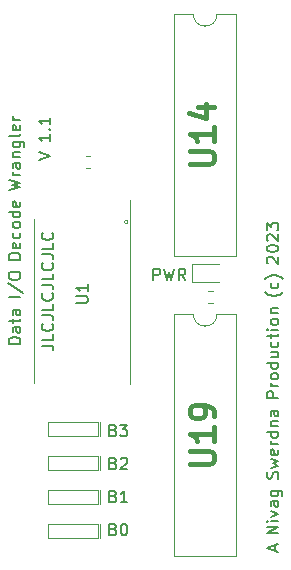
<source format=gbr>
%TF.GenerationSoftware,KiCad,Pcbnew,(7.0.0)*%
%TF.CreationDate,2023-08-04T20:04:38+01:00*%
%TF.ProjectId,DataIODecode,44617461-494f-4446-9563-6f64652e6b69,rev?*%
%TF.SameCoordinates,Original*%
%TF.FileFunction,Legend,Top*%
%TF.FilePolarity,Positive*%
%FSLAX46Y46*%
G04 Gerber Fmt 4.6, Leading zero omitted, Abs format (unit mm)*
G04 Created by KiCad (PCBNEW (7.0.0)) date 2023-08-04 20:04:38*
%MOMM*%
%LPD*%
G01*
G04 APERTURE LIST*
%ADD10C,0.400000*%
%ADD11C,0.200000*%
%ADD12C,0.150000*%
%ADD13C,0.120000*%
%ADD14C,0.100000*%
G04 APERTURE END LIST*
D10*
X148086761Y-84010190D02*
X149705809Y-84010190D01*
X149705809Y-84010190D02*
X149896285Y-83914952D01*
X149896285Y-83914952D02*
X149991523Y-83819714D01*
X149991523Y-83819714D02*
X150086761Y-83629238D01*
X150086761Y-83629238D02*
X150086761Y-83248285D01*
X150086761Y-83248285D02*
X149991523Y-83057809D01*
X149991523Y-83057809D02*
X149896285Y-82962571D01*
X149896285Y-82962571D02*
X149705809Y-82867333D01*
X149705809Y-82867333D02*
X148086761Y-82867333D01*
X150086761Y-80867333D02*
X150086761Y-82010190D01*
X150086761Y-81438762D02*
X148086761Y-81438762D01*
X148086761Y-81438762D02*
X148372476Y-81629238D01*
X148372476Y-81629238D02*
X148562952Y-81819714D01*
X148562952Y-81819714D02*
X148658190Y-82010190D01*
X148753428Y-79153047D02*
X150086761Y-79153047D01*
X147991523Y-79629238D02*
X149420095Y-80105428D01*
X149420095Y-80105428D02*
X149420095Y-78867333D01*
D11*
X135511380Y-99361048D02*
X136225666Y-99361048D01*
X136225666Y-99361048D02*
X136368523Y-99408667D01*
X136368523Y-99408667D02*
X136463761Y-99503905D01*
X136463761Y-99503905D02*
X136511380Y-99646762D01*
X136511380Y-99646762D02*
X136511380Y-99742000D01*
X136511380Y-98408667D02*
X136511380Y-98884857D01*
X136511380Y-98884857D02*
X135511380Y-98884857D01*
X136416142Y-97503905D02*
X136463761Y-97551524D01*
X136463761Y-97551524D02*
X136511380Y-97694381D01*
X136511380Y-97694381D02*
X136511380Y-97789619D01*
X136511380Y-97789619D02*
X136463761Y-97932476D01*
X136463761Y-97932476D02*
X136368523Y-98027714D01*
X136368523Y-98027714D02*
X136273285Y-98075333D01*
X136273285Y-98075333D02*
X136082809Y-98122952D01*
X136082809Y-98122952D02*
X135939952Y-98122952D01*
X135939952Y-98122952D02*
X135749476Y-98075333D01*
X135749476Y-98075333D02*
X135654238Y-98027714D01*
X135654238Y-98027714D02*
X135559000Y-97932476D01*
X135559000Y-97932476D02*
X135511380Y-97789619D01*
X135511380Y-97789619D02*
X135511380Y-97694381D01*
X135511380Y-97694381D02*
X135559000Y-97551524D01*
X135559000Y-97551524D02*
X135606619Y-97503905D01*
X135511380Y-96789619D02*
X136225666Y-96789619D01*
X136225666Y-96789619D02*
X136368523Y-96837238D01*
X136368523Y-96837238D02*
X136463761Y-96932476D01*
X136463761Y-96932476D02*
X136511380Y-97075333D01*
X136511380Y-97075333D02*
X136511380Y-97170571D01*
X136511380Y-95837238D02*
X136511380Y-96313428D01*
X136511380Y-96313428D02*
X135511380Y-96313428D01*
X136416142Y-94932476D02*
X136463761Y-94980095D01*
X136463761Y-94980095D02*
X136511380Y-95122952D01*
X136511380Y-95122952D02*
X136511380Y-95218190D01*
X136511380Y-95218190D02*
X136463761Y-95361047D01*
X136463761Y-95361047D02*
X136368523Y-95456285D01*
X136368523Y-95456285D02*
X136273285Y-95503904D01*
X136273285Y-95503904D02*
X136082809Y-95551523D01*
X136082809Y-95551523D02*
X135939952Y-95551523D01*
X135939952Y-95551523D02*
X135749476Y-95503904D01*
X135749476Y-95503904D02*
X135654238Y-95456285D01*
X135654238Y-95456285D02*
X135559000Y-95361047D01*
X135559000Y-95361047D02*
X135511380Y-95218190D01*
X135511380Y-95218190D02*
X135511380Y-95122952D01*
X135511380Y-95122952D02*
X135559000Y-94980095D01*
X135559000Y-94980095D02*
X135606619Y-94932476D01*
X135511380Y-94218190D02*
X136225666Y-94218190D01*
X136225666Y-94218190D02*
X136368523Y-94265809D01*
X136368523Y-94265809D02*
X136463761Y-94361047D01*
X136463761Y-94361047D02*
X136511380Y-94503904D01*
X136511380Y-94503904D02*
X136511380Y-94599142D01*
X136511380Y-93265809D02*
X136511380Y-93741999D01*
X136511380Y-93741999D02*
X135511380Y-93741999D01*
X136416142Y-92361047D02*
X136463761Y-92408666D01*
X136463761Y-92408666D02*
X136511380Y-92551523D01*
X136511380Y-92551523D02*
X136511380Y-92646761D01*
X136511380Y-92646761D02*
X136463761Y-92789618D01*
X136463761Y-92789618D02*
X136368523Y-92884856D01*
X136368523Y-92884856D02*
X136273285Y-92932475D01*
X136273285Y-92932475D02*
X136082809Y-92980094D01*
X136082809Y-92980094D02*
X135939952Y-92980094D01*
X135939952Y-92980094D02*
X135749476Y-92932475D01*
X135749476Y-92932475D02*
X135654238Y-92884856D01*
X135654238Y-92884856D02*
X135559000Y-92789618D01*
X135559000Y-92789618D02*
X135511380Y-92646761D01*
X135511380Y-92646761D02*
X135511380Y-92551523D01*
X135511380Y-92551523D02*
X135559000Y-92408666D01*
X135559000Y-92408666D02*
X135606619Y-92361047D01*
X135511380Y-91646761D02*
X136225666Y-91646761D01*
X136225666Y-91646761D02*
X136368523Y-91694380D01*
X136368523Y-91694380D02*
X136463761Y-91789618D01*
X136463761Y-91789618D02*
X136511380Y-91932475D01*
X136511380Y-91932475D02*
X136511380Y-92027713D01*
X136511380Y-90694380D02*
X136511380Y-91170570D01*
X136511380Y-91170570D02*
X135511380Y-91170570D01*
X136416142Y-89789618D02*
X136463761Y-89837237D01*
X136463761Y-89837237D02*
X136511380Y-89980094D01*
X136511380Y-89980094D02*
X136511380Y-90075332D01*
X136511380Y-90075332D02*
X136463761Y-90218189D01*
X136463761Y-90218189D02*
X136368523Y-90313427D01*
X136368523Y-90313427D02*
X136273285Y-90361046D01*
X136273285Y-90361046D02*
X136082809Y-90408665D01*
X136082809Y-90408665D02*
X135939952Y-90408665D01*
X135939952Y-90408665D02*
X135749476Y-90361046D01*
X135749476Y-90361046D02*
X135654238Y-90313427D01*
X135654238Y-90313427D02*
X135559000Y-90218189D01*
X135559000Y-90218189D02*
X135511380Y-90075332D01*
X135511380Y-90075332D02*
X135511380Y-89980094D01*
X135511380Y-89980094D02*
X135559000Y-89837237D01*
X135559000Y-89837237D02*
X135606619Y-89789618D01*
D12*
X141581238Y-109317571D02*
X141724095Y-109365190D01*
X141724095Y-109365190D02*
X141771714Y-109412809D01*
X141771714Y-109412809D02*
X141819333Y-109508047D01*
X141819333Y-109508047D02*
X141819333Y-109650904D01*
X141819333Y-109650904D02*
X141771714Y-109746142D01*
X141771714Y-109746142D02*
X141724095Y-109793761D01*
X141724095Y-109793761D02*
X141628857Y-109841380D01*
X141628857Y-109841380D02*
X141247905Y-109841380D01*
X141247905Y-109841380D02*
X141247905Y-108841380D01*
X141247905Y-108841380D02*
X141581238Y-108841380D01*
X141581238Y-108841380D02*
X141676476Y-108889000D01*
X141676476Y-108889000D02*
X141724095Y-108936619D01*
X141724095Y-108936619D02*
X141771714Y-109031857D01*
X141771714Y-109031857D02*
X141771714Y-109127095D01*
X141771714Y-109127095D02*
X141724095Y-109222333D01*
X141724095Y-109222333D02*
X141676476Y-109269952D01*
X141676476Y-109269952D02*
X141581238Y-109317571D01*
X141581238Y-109317571D02*
X141247905Y-109317571D01*
X142200286Y-108936619D02*
X142247905Y-108889000D01*
X142247905Y-108889000D02*
X142343143Y-108841380D01*
X142343143Y-108841380D02*
X142581238Y-108841380D01*
X142581238Y-108841380D02*
X142676476Y-108889000D01*
X142676476Y-108889000D02*
X142724095Y-108936619D01*
X142724095Y-108936619D02*
X142771714Y-109031857D01*
X142771714Y-109031857D02*
X142771714Y-109127095D01*
X142771714Y-109127095D02*
X142724095Y-109269952D01*
X142724095Y-109269952D02*
X142152667Y-109841380D01*
X142152667Y-109841380D02*
X142771714Y-109841380D01*
D11*
X135257380Y-83611808D02*
X136257380Y-83278475D01*
X136257380Y-83278475D02*
X135257380Y-82945142D01*
X136257380Y-81487999D02*
X136257380Y-82059427D01*
X136257380Y-81773713D02*
X135257380Y-81773713D01*
X135257380Y-81773713D02*
X135400238Y-81868951D01*
X135400238Y-81868951D02*
X135495476Y-81964189D01*
X135495476Y-81964189D02*
X135543095Y-82059427D01*
X136162142Y-81059427D02*
X136209761Y-81011808D01*
X136209761Y-81011808D02*
X136257380Y-81059427D01*
X136257380Y-81059427D02*
X136209761Y-81107046D01*
X136209761Y-81107046D02*
X136162142Y-81059427D01*
X136162142Y-81059427D02*
X136257380Y-81059427D01*
X136257380Y-80059428D02*
X136257380Y-80630856D01*
X136257380Y-80345142D02*
X135257380Y-80345142D01*
X135257380Y-80345142D02*
X135400238Y-80440380D01*
X135400238Y-80440380D02*
X135495476Y-80535618D01*
X135495476Y-80535618D02*
X135543095Y-80630856D01*
D12*
X141581238Y-106523571D02*
X141724095Y-106571190D01*
X141724095Y-106571190D02*
X141771714Y-106618809D01*
X141771714Y-106618809D02*
X141819333Y-106714047D01*
X141819333Y-106714047D02*
X141819333Y-106856904D01*
X141819333Y-106856904D02*
X141771714Y-106952142D01*
X141771714Y-106952142D02*
X141724095Y-106999761D01*
X141724095Y-106999761D02*
X141628857Y-107047380D01*
X141628857Y-107047380D02*
X141247905Y-107047380D01*
X141247905Y-107047380D02*
X141247905Y-106047380D01*
X141247905Y-106047380D02*
X141581238Y-106047380D01*
X141581238Y-106047380D02*
X141676476Y-106095000D01*
X141676476Y-106095000D02*
X141724095Y-106142619D01*
X141724095Y-106142619D02*
X141771714Y-106237857D01*
X141771714Y-106237857D02*
X141771714Y-106333095D01*
X141771714Y-106333095D02*
X141724095Y-106428333D01*
X141724095Y-106428333D02*
X141676476Y-106475952D01*
X141676476Y-106475952D02*
X141581238Y-106523571D01*
X141581238Y-106523571D02*
X141247905Y-106523571D01*
X142152667Y-106047380D02*
X142771714Y-106047380D01*
X142771714Y-106047380D02*
X142438381Y-106428333D01*
X142438381Y-106428333D02*
X142581238Y-106428333D01*
X142581238Y-106428333D02*
X142676476Y-106475952D01*
X142676476Y-106475952D02*
X142724095Y-106523571D01*
X142724095Y-106523571D02*
X142771714Y-106618809D01*
X142771714Y-106618809D02*
X142771714Y-106856904D01*
X142771714Y-106856904D02*
X142724095Y-106952142D01*
X142724095Y-106952142D02*
X142676476Y-106999761D01*
X142676476Y-106999761D02*
X142581238Y-107047380D01*
X142581238Y-107047380D02*
X142295524Y-107047380D01*
X142295524Y-107047380D02*
X142200286Y-106999761D01*
X142200286Y-106999761D02*
X142152667Y-106952142D01*
D11*
X133717380Y-99228667D02*
X132717380Y-99228667D01*
X132717380Y-99228667D02*
X132717380Y-98990572D01*
X132717380Y-98990572D02*
X132765000Y-98847715D01*
X132765000Y-98847715D02*
X132860238Y-98752477D01*
X132860238Y-98752477D02*
X132955476Y-98704858D01*
X132955476Y-98704858D02*
X133145952Y-98657239D01*
X133145952Y-98657239D02*
X133288809Y-98657239D01*
X133288809Y-98657239D02*
X133479285Y-98704858D01*
X133479285Y-98704858D02*
X133574523Y-98752477D01*
X133574523Y-98752477D02*
X133669761Y-98847715D01*
X133669761Y-98847715D02*
X133717380Y-98990572D01*
X133717380Y-98990572D02*
X133717380Y-99228667D01*
X133717380Y-97800096D02*
X133193571Y-97800096D01*
X133193571Y-97800096D02*
X133098333Y-97847715D01*
X133098333Y-97847715D02*
X133050714Y-97942953D01*
X133050714Y-97942953D02*
X133050714Y-98133429D01*
X133050714Y-98133429D02*
X133098333Y-98228667D01*
X133669761Y-97800096D02*
X133717380Y-97895334D01*
X133717380Y-97895334D02*
X133717380Y-98133429D01*
X133717380Y-98133429D02*
X133669761Y-98228667D01*
X133669761Y-98228667D02*
X133574523Y-98276286D01*
X133574523Y-98276286D02*
X133479285Y-98276286D01*
X133479285Y-98276286D02*
X133384047Y-98228667D01*
X133384047Y-98228667D02*
X133336428Y-98133429D01*
X133336428Y-98133429D02*
X133336428Y-97895334D01*
X133336428Y-97895334D02*
X133288809Y-97800096D01*
X133050714Y-97466762D02*
X133050714Y-97085810D01*
X132717380Y-97323905D02*
X133574523Y-97323905D01*
X133574523Y-97323905D02*
X133669761Y-97276286D01*
X133669761Y-97276286D02*
X133717380Y-97181048D01*
X133717380Y-97181048D02*
X133717380Y-97085810D01*
X133717380Y-96323905D02*
X133193571Y-96323905D01*
X133193571Y-96323905D02*
X133098333Y-96371524D01*
X133098333Y-96371524D02*
X133050714Y-96466762D01*
X133050714Y-96466762D02*
X133050714Y-96657238D01*
X133050714Y-96657238D02*
X133098333Y-96752476D01*
X133669761Y-96323905D02*
X133717380Y-96419143D01*
X133717380Y-96419143D02*
X133717380Y-96657238D01*
X133717380Y-96657238D02*
X133669761Y-96752476D01*
X133669761Y-96752476D02*
X133574523Y-96800095D01*
X133574523Y-96800095D02*
X133479285Y-96800095D01*
X133479285Y-96800095D02*
X133384047Y-96752476D01*
X133384047Y-96752476D02*
X133336428Y-96657238D01*
X133336428Y-96657238D02*
X133336428Y-96419143D01*
X133336428Y-96419143D02*
X133288809Y-96323905D01*
X133717380Y-95247714D02*
X132717380Y-95247714D01*
X132669761Y-94057239D02*
X133955476Y-94914381D01*
X132717380Y-93533429D02*
X132717380Y-93342953D01*
X132717380Y-93342953D02*
X132765000Y-93247715D01*
X132765000Y-93247715D02*
X132860238Y-93152477D01*
X132860238Y-93152477D02*
X133050714Y-93104858D01*
X133050714Y-93104858D02*
X133384047Y-93104858D01*
X133384047Y-93104858D02*
X133574523Y-93152477D01*
X133574523Y-93152477D02*
X133669761Y-93247715D01*
X133669761Y-93247715D02*
X133717380Y-93342953D01*
X133717380Y-93342953D02*
X133717380Y-93533429D01*
X133717380Y-93533429D02*
X133669761Y-93628667D01*
X133669761Y-93628667D02*
X133574523Y-93723905D01*
X133574523Y-93723905D02*
X133384047Y-93771524D01*
X133384047Y-93771524D02*
X133050714Y-93771524D01*
X133050714Y-93771524D02*
X132860238Y-93723905D01*
X132860238Y-93723905D02*
X132765000Y-93628667D01*
X132765000Y-93628667D02*
X132717380Y-93533429D01*
X133717380Y-92076286D02*
X132717380Y-92076286D01*
X132717380Y-92076286D02*
X132717380Y-91838191D01*
X132717380Y-91838191D02*
X132765000Y-91695334D01*
X132765000Y-91695334D02*
X132860238Y-91600096D01*
X132860238Y-91600096D02*
X132955476Y-91552477D01*
X132955476Y-91552477D02*
X133145952Y-91504858D01*
X133145952Y-91504858D02*
X133288809Y-91504858D01*
X133288809Y-91504858D02*
X133479285Y-91552477D01*
X133479285Y-91552477D02*
X133574523Y-91600096D01*
X133574523Y-91600096D02*
X133669761Y-91695334D01*
X133669761Y-91695334D02*
X133717380Y-91838191D01*
X133717380Y-91838191D02*
X133717380Y-92076286D01*
X133669761Y-90695334D02*
X133717380Y-90790572D01*
X133717380Y-90790572D02*
X133717380Y-90981048D01*
X133717380Y-90981048D02*
X133669761Y-91076286D01*
X133669761Y-91076286D02*
X133574523Y-91123905D01*
X133574523Y-91123905D02*
X133193571Y-91123905D01*
X133193571Y-91123905D02*
X133098333Y-91076286D01*
X133098333Y-91076286D02*
X133050714Y-90981048D01*
X133050714Y-90981048D02*
X133050714Y-90790572D01*
X133050714Y-90790572D02*
X133098333Y-90695334D01*
X133098333Y-90695334D02*
X133193571Y-90647715D01*
X133193571Y-90647715D02*
X133288809Y-90647715D01*
X133288809Y-90647715D02*
X133384047Y-91123905D01*
X133669761Y-89790572D02*
X133717380Y-89885810D01*
X133717380Y-89885810D02*
X133717380Y-90076286D01*
X133717380Y-90076286D02*
X133669761Y-90171524D01*
X133669761Y-90171524D02*
X133622142Y-90219143D01*
X133622142Y-90219143D02*
X133526904Y-90266762D01*
X133526904Y-90266762D02*
X133241190Y-90266762D01*
X133241190Y-90266762D02*
X133145952Y-90219143D01*
X133145952Y-90219143D02*
X133098333Y-90171524D01*
X133098333Y-90171524D02*
X133050714Y-90076286D01*
X133050714Y-90076286D02*
X133050714Y-89885810D01*
X133050714Y-89885810D02*
X133098333Y-89790572D01*
X133717380Y-89219143D02*
X133669761Y-89314381D01*
X133669761Y-89314381D02*
X133622142Y-89362000D01*
X133622142Y-89362000D02*
X133526904Y-89409619D01*
X133526904Y-89409619D02*
X133241190Y-89409619D01*
X133241190Y-89409619D02*
X133145952Y-89362000D01*
X133145952Y-89362000D02*
X133098333Y-89314381D01*
X133098333Y-89314381D02*
X133050714Y-89219143D01*
X133050714Y-89219143D02*
X133050714Y-89076286D01*
X133050714Y-89076286D02*
X133098333Y-88981048D01*
X133098333Y-88981048D02*
X133145952Y-88933429D01*
X133145952Y-88933429D02*
X133241190Y-88885810D01*
X133241190Y-88885810D02*
X133526904Y-88885810D01*
X133526904Y-88885810D02*
X133622142Y-88933429D01*
X133622142Y-88933429D02*
X133669761Y-88981048D01*
X133669761Y-88981048D02*
X133717380Y-89076286D01*
X133717380Y-89076286D02*
X133717380Y-89219143D01*
X133717380Y-88028667D02*
X132717380Y-88028667D01*
X133669761Y-88028667D02*
X133717380Y-88123905D01*
X133717380Y-88123905D02*
X133717380Y-88314381D01*
X133717380Y-88314381D02*
X133669761Y-88409619D01*
X133669761Y-88409619D02*
X133622142Y-88457238D01*
X133622142Y-88457238D02*
X133526904Y-88504857D01*
X133526904Y-88504857D02*
X133241190Y-88504857D01*
X133241190Y-88504857D02*
X133145952Y-88457238D01*
X133145952Y-88457238D02*
X133098333Y-88409619D01*
X133098333Y-88409619D02*
X133050714Y-88314381D01*
X133050714Y-88314381D02*
X133050714Y-88123905D01*
X133050714Y-88123905D02*
X133098333Y-88028667D01*
X133669761Y-87171524D02*
X133717380Y-87266762D01*
X133717380Y-87266762D02*
X133717380Y-87457238D01*
X133717380Y-87457238D02*
X133669761Y-87552476D01*
X133669761Y-87552476D02*
X133574523Y-87600095D01*
X133574523Y-87600095D02*
X133193571Y-87600095D01*
X133193571Y-87600095D02*
X133098333Y-87552476D01*
X133098333Y-87552476D02*
X133050714Y-87457238D01*
X133050714Y-87457238D02*
X133050714Y-87266762D01*
X133050714Y-87266762D02*
X133098333Y-87171524D01*
X133098333Y-87171524D02*
X133193571Y-87123905D01*
X133193571Y-87123905D02*
X133288809Y-87123905D01*
X133288809Y-87123905D02*
X133384047Y-87600095D01*
X132717380Y-86190571D02*
X133717380Y-85952476D01*
X133717380Y-85952476D02*
X133003095Y-85762000D01*
X133003095Y-85762000D02*
X133717380Y-85571524D01*
X133717380Y-85571524D02*
X132717380Y-85333429D01*
X133717380Y-84952476D02*
X133050714Y-84952476D01*
X133241190Y-84952476D02*
X133145952Y-84904857D01*
X133145952Y-84904857D02*
X133098333Y-84857238D01*
X133098333Y-84857238D02*
X133050714Y-84762000D01*
X133050714Y-84762000D02*
X133050714Y-84666762D01*
X133717380Y-83904857D02*
X133193571Y-83904857D01*
X133193571Y-83904857D02*
X133098333Y-83952476D01*
X133098333Y-83952476D02*
X133050714Y-84047714D01*
X133050714Y-84047714D02*
X133050714Y-84238190D01*
X133050714Y-84238190D02*
X133098333Y-84333428D01*
X133669761Y-83904857D02*
X133717380Y-84000095D01*
X133717380Y-84000095D02*
X133717380Y-84238190D01*
X133717380Y-84238190D02*
X133669761Y-84333428D01*
X133669761Y-84333428D02*
X133574523Y-84381047D01*
X133574523Y-84381047D02*
X133479285Y-84381047D01*
X133479285Y-84381047D02*
X133384047Y-84333428D01*
X133384047Y-84333428D02*
X133336428Y-84238190D01*
X133336428Y-84238190D02*
X133336428Y-84000095D01*
X133336428Y-84000095D02*
X133288809Y-83904857D01*
X133050714Y-83428666D02*
X133717380Y-83428666D01*
X133145952Y-83428666D02*
X133098333Y-83381047D01*
X133098333Y-83381047D02*
X133050714Y-83285809D01*
X133050714Y-83285809D02*
X133050714Y-83142952D01*
X133050714Y-83142952D02*
X133098333Y-83047714D01*
X133098333Y-83047714D02*
X133193571Y-83000095D01*
X133193571Y-83000095D02*
X133717380Y-83000095D01*
X133050714Y-82095333D02*
X133860238Y-82095333D01*
X133860238Y-82095333D02*
X133955476Y-82142952D01*
X133955476Y-82142952D02*
X134003095Y-82190571D01*
X134003095Y-82190571D02*
X134050714Y-82285809D01*
X134050714Y-82285809D02*
X134050714Y-82428666D01*
X134050714Y-82428666D02*
X134003095Y-82523904D01*
X133669761Y-82095333D02*
X133717380Y-82190571D01*
X133717380Y-82190571D02*
X133717380Y-82381047D01*
X133717380Y-82381047D02*
X133669761Y-82476285D01*
X133669761Y-82476285D02*
X133622142Y-82523904D01*
X133622142Y-82523904D02*
X133526904Y-82571523D01*
X133526904Y-82571523D02*
X133241190Y-82571523D01*
X133241190Y-82571523D02*
X133145952Y-82523904D01*
X133145952Y-82523904D02*
X133098333Y-82476285D01*
X133098333Y-82476285D02*
X133050714Y-82381047D01*
X133050714Y-82381047D02*
X133050714Y-82190571D01*
X133050714Y-82190571D02*
X133098333Y-82095333D01*
X133717380Y-81476285D02*
X133669761Y-81571523D01*
X133669761Y-81571523D02*
X133574523Y-81619142D01*
X133574523Y-81619142D02*
X132717380Y-81619142D01*
X133669761Y-80714380D02*
X133717380Y-80809618D01*
X133717380Y-80809618D02*
X133717380Y-81000094D01*
X133717380Y-81000094D02*
X133669761Y-81095332D01*
X133669761Y-81095332D02*
X133574523Y-81142951D01*
X133574523Y-81142951D02*
X133193571Y-81142951D01*
X133193571Y-81142951D02*
X133098333Y-81095332D01*
X133098333Y-81095332D02*
X133050714Y-81000094D01*
X133050714Y-81000094D02*
X133050714Y-80809618D01*
X133050714Y-80809618D02*
X133098333Y-80714380D01*
X133098333Y-80714380D02*
X133193571Y-80666761D01*
X133193571Y-80666761D02*
X133288809Y-80666761D01*
X133288809Y-80666761D02*
X133384047Y-81142951D01*
X133717380Y-80238189D02*
X133050714Y-80238189D01*
X133241190Y-80238189D02*
X133145952Y-80190570D01*
X133145952Y-80190570D02*
X133098333Y-80142951D01*
X133098333Y-80142951D02*
X133050714Y-80047713D01*
X133050714Y-80047713D02*
X133050714Y-79952475D01*
D10*
X148086761Y-109410190D02*
X149705809Y-109410190D01*
X149705809Y-109410190D02*
X149896285Y-109314952D01*
X149896285Y-109314952D02*
X149991523Y-109219714D01*
X149991523Y-109219714D02*
X150086761Y-109029238D01*
X150086761Y-109029238D02*
X150086761Y-108648285D01*
X150086761Y-108648285D02*
X149991523Y-108457809D01*
X149991523Y-108457809D02*
X149896285Y-108362571D01*
X149896285Y-108362571D02*
X149705809Y-108267333D01*
X149705809Y-108267333D02*
X148086761Y-108267333D01*
X150086761Y-106267333D02*
X150086761Y-107410190D01*
X150086761Y-106838762D02*
X148086761Y-106838762D01*
X148086761Y-106838762D02*
X148372476Y-107029238D01*
X148372476Y-107029238D02*
X148562952Y-107219714D01*
X148562952Y-107219714D02*
X148658190Y-107410190D01*
X150086761Y-105314952D02*
X150086761Y-104934000D01*
X150086761Y-104934000D02*
X149991523Y-104743523D01*
X149991523Y-104743523D02*
X149896285Y-104648285D01*
X149896285Y-104648285D02*
X149610571Y-104457809D01*
X149610571Y-104457809D02*
X149229619Y-104362571D01*
X149229619Y-104362571D02*
X148467714Y-104362571D01*
X148467714Y-104362571D02*
X148277238Y-104457809D01*
X148277238Y-104457809D02*
X148182000Y-104553047D01*
X148182000Y-104553047D02*
X148086761Y-104743523D01*
X148086761Y-104743523D02*
X148086761Y-105124476D01*
X148086761Y-105124476D02*
X148182000Y-105314952D01*
X148182000Y-105314952D02*
X148277238Y-105410190D01*
X148277238Y-105410190D02*
X148467714Y-105505428D01*
X148467714Y-105505428D02*
X148943904Y-105505428D01*
X148943904Y-105505428D02*
X149134380Y-105410190D01*
X149134380Y-105410190D02*
X149229619Y-105314952D01*
X149229619Y-105314952D02*
X149324857Y-105124476D01*
X149324857Y-105124476D02*
X149324857Y-104743523D01*
X149324857Y-104743523D02*
X149229619Y-104553047D01*
X149229619Y-104553047D02*
X149134380Y-104457809D01*
X149134380Y-104457809D02*
X148943904Y-104362571D01*
D12*
X141581238Y-112111571D02*
X141724095Y-112159190D01*
X141724095Y-112159190D02*
X141771714Y-112206809D01*
X141771714Y-112206809D02*
X141819333Y-112302047D01*
X141819333Y-112302047D02*
X141819333Y-112444904D01*
X141819333Y-112444904D02*
X141771714Y-112540142D01*
X141771714Y-112540142D02*
X141724095Y-112587761D01*
X141724095Y-112587761D02*
X141628857Y-112635380D01*
X141628857Y-112635380D02*
X141247905Y-112635380D01*
X141247905Y-112635380D02*
X141247905Y-111635380D01*
X141247905Y-111635380D02*
X141581238Y-111635380D01*
X141581238Y-111635380D02*
X141676476Y-111683000D01*
X141676476Y-111683000D02*
X141724095Y-111730619D01*
X141724095Y-111730619D02*
X141771714Y-111825857D01*
X141771714Y-111825857D02*
X141771714Y-111921095D01*
X141771714Y-111921095D02*
X141724095Y-112016333D01*
X141724095Y-112016333D02*
X141676476Y-112063952D01*
X141676476Y-112063952D02*
X141581238Y-112111571D01*
X141581238Y-112111571D02*
X141247905Y-112111571D01*
X142771714Y-112635380D02*
X142200286Y-112635380D01*
X142486000Y-112635380D02*
X142486000Y-111635380D01*
X142486000Y-111635380D02*
X142390762Y-111778238D01*
X142390762Y-111778238D02*
X142295524Y-111873476D01*
X142295524Y-111873476D02*
X142200286Y-111921095D01*
D11*
X155275666Y-116774762D02*
X155275666Y-116298572D01*
X155561380Y-116870000D02*
X154561380Y-116536667D01*
X154561380Y-116536667D02*
X155561380Y-116203334D01*
X155561380Y-115270000D02*
X154561380Y-115270000D01*
X154561380Y-115270000D02*
X155561380Y-114698572D01*
X155561380Y-114698572D02*
X154561380Y-114698572D01*
X155561380Y-114222381D02*
X154894714Y-114222381D01*
X154561380Y-114222381D02*
X154609000Y-114270000D01*
X154609000Y-114270000D02*
X154656619Y-114222381D01*
X154656619Y-114222381D02*
X154609000Y-114174762D01*
X154609000Y-114174762D02*
X154561380Y-114222381D01*
X154561380Y-114222381D02*
X154656619Y-114222381D01*
X154894714Y-113841429D02*
X155561380Y-113603334D01*
X155561380Y-113603334D02*
X154894714Y-113365239D01*
X155561380Y-112555715D02*
X155037571Y-112555715D01*
X155037571Y-112555715D02*
X154942333Y-112603334D01*
X154942333Y-112603334D02*
X154894714Y-112698572D01*
X154894714Y-112698572D02*
X154894714Y-112889048D01*
X154894714Y-112889048D02*
X154942333Y-112984286D01*
X155513761Y-112555715D02*
X155561380Y-112650953D01*
X155561380Y-112650953D02*
X155561380Y-112889048D01*
X155561380Y-112889048D02*
X155513761Y-112984286D01*
X155513761Y-112984286D02*
X155418523Y-113031905D01*
X155418523Y-113031905D02*
X155323285Y-113031905D01*
X155323285Y-113031905D02*
X155228047Y-112984286D01*
X155228047Y-112984286D02*
X155180428Y-112889048D01*
X155180428Y-112889048D02*
X155180428Y-112650953D01*
X155180428Y-112650953D02*
X155132809Y-112555715D01*
X154894714Y-111650953D02*
X155704238Y-111650953D01*
X155704238Y-111650953D02*
X155799476Y-111698572D01*
X155799476Y-111698572D02*
X155847095Y-111746191D01*
X155847095Y-111746191D02*
X155894714Y-111841429D01*
X155894714Y-111841429D02*
X155894714Y-111984286D01*
X155894714Y-111984286D02*
X155847095Y-112079524D01*
X155513761Y-111650953D02*
X155561380Y-111746191D01*
X155561380Y-111746191D02*
X155561380Y-111936667D01*
X155561380Y-111936667D02*
X155513761Y-112031905D01*
X155513761Y-112031905D02*
X155466142Y-112079524D01*
X155466142Y-112079524D02*
X155370904Y-112127143D01*
X155370904Y-112127143D02*
X155085190Y-112127143D01*
X155085190Y-112127143D02*
X154989952Y-112079524D01*
X154989952Y-112079524D02*
X154942333Y-112031905D01*
X154942333Y-112031905D02*
X154894714Y-111936667D01*
X154894714Y-111936667D02*
X154894714Y-111746191D01*
X154894714Y-111746191D02*
X154942333Y-111650953D01*
X155513761Y-110622381D02*
X155561380Y-110479524D01*
X155561380Y-110479524D02*
X155561380Y-110241429D01*
X155561380Y-110241429D02*
X155513761Y-110146191D01*
X155513761Y-110146191D02*
X155466142Y-110098572D01*
X155466142Y-110098572D02*
X155370904Y-110050953D01*
X155370904Y-110050953D02*
X155275666Y-110050953D01*
X155275666Y-110050953D02*
X155180428Y-110098572D01*
X155180428Y-110098572D02*
X155132809Y-110146191D01*
X155132809Y-110146191D02*
X155085190Y-110241429D01*
X155085190Y-110241429D02*
X155037571Y-110431905D01*
X155037571Y-110431905D02*
X154989952Y-110527143D01*
X154989952Y-110527143D02*
X154942333Y-110574762D01*
X154942333Y-110574762D02*
X154847095Y-110622381D01*
X154847095Y-110622381D02*
X154751857Y-110622381D01*
X154751857Y-110622381D02*
X154656619Y-110574762D01*
X154656619Y-110574762D02*
X154609000Y-110527143D01*
X154609000Y-110527143D02*
X154561380Y-110431905D01*
X154561380Y-110431905D02*
X154561380Y-110193810D01*
X154561380Y-110193810D02*
X154609000Y-110050953D01*
X154894714Y-109717619D02*
X155561380Y-109527143D01*
X155561380Y-109527143D02*
X155085190Y-109336667D01*
X155085190Y-109336667D02*
X155561380Y-109146191D01*
X155561380Y-109146191D02*
X154894714Y-108955715D01*
X155513761Y-108193810D02*
X155561380Y-108289048D01*
X155561380Y-108289048D02*
X155561380Y-108479524D01*
X155561380Y-108479524D02*
X155513761Y-108574762D01*
X155513761Y-108574762D02*
X155418523Y-108622381D01*
X155418523Y-108622381D02*
X155037571Y-108622381D01*
X155037571Y-108622381D02*
X154942333Y-108574762D01*
X154942333Y-108574762D02*
X154894714Y-108479524D01*
X154894714Y-108479524D02*
X154894714Y-108289048D01*
X154894714Y-108289048D02*
X154942333Y-108193810D01*
X154942333Y-108193810D02*
X155037571Y-108146191D01*
X155037571Y-108146191D02*
X155132809Y-108146191D01*
X155132809Y-108146191D02*
X155228047Y-108622381D01*
X155561380Y-107717619D02*
X154894714Y-107717619D01*
X155085190Y-107717619D02*
X154989952Y-107670000D01*
X154989952Y-107670000D02*
X154942333Y-107622381D01*
X154942333Y-107622381D02*
X154894714Y-107527143D01*
X154894714Y-107527143D02*
X154894714Y-107431905D01*
X155561380Y-106670000D02*
X154561380Y-106670000D01*
X155513761Y-106670000D02*
X155561380Y-106765238D01*
X155561380Y-106765238D02*
X155561380Y-106955714D01*
X155561380Y-106955714D02*
X155513761Y-107050952D01*
X155513761Y-107050952D02*
X155466142Y-107098571D01*
X155466142Y-107098571D02*
X155370904Y-107146190D01*
X155370904Y-107146190D02*
X155085190Y-107146190D01*
X155085190Y-107146190D02*
X154989952Y-107098571D01*
X154989952Y-107098571D02*
X154942333Y-107050952D01*
X154942333Y-107050952D02*
X154894714Y-106955714D01*
X154894714Y-106955714D02*
X154894714Y-106765238D01*
X154894714Y-106765238D02*
X154942333Y-106670000D01*
X154894714Y-106193809D02*
X155561380Y-106193809D01*
X154989952Y-106193809D02*
X154942333Y-106146190D01*
X154942333Y-106146190D02*
X154894714Y-106050952D01*
X154894714Y-106050952D02*
X154894714Y-105908095D01*
X154894714Y-105908095D02*
X154942333Y-105812857D01*
X154942333Y-105812857D02*
X155037571Y-105765238D01*
X155037571Y-105765238D02*
X155561380Y-105765238D01*
X155561380Y-104860476D02*
X155037571Y-104860476D01*
X155037571Y-104860476D02*
X154942333Y-104908095D01*
X154942333Y-104908095D02*
X154894714Y-105003333D01*
X154894714Y-105003333D02*
X154894714Y-105193809D01*
X154894714Y-105193809D02*
X154942333Y-105289047D01*
X155513761Y-104860476D02*
X155561380Y-104955714D01*
X155561380Y-104955714D02*
X155561380Y-105193809D01*
X155561380Y-105193809D02*
X155513761Y-105289047D01*
X155513761Y-105289047D02*
X155418523Y-105336666D01*
X155418523Y-105336666D02*
X155323285Y-105336666D01*
X155323285Y-105336666D02*
X155228047Y-105289047D01*
X155228047Y-105289047D02*
X155180428Y-105193809D01*
X155180428Y-105193809D02*
X155180428Y-104955714D01*
X155180428Y-104955714D02*
X155132809Y-104860476D01*
X155561380Y-103784285D02*
X154561380Y-103784285D01*
X154561380Y-103784285D02*
X154561380Y-103403333D01*
X154561380Y-103403333D02*
X154609000Y-103308095D01*
X154609000Y-103308095D02*
X154656619Y-103260476D01*
X154656619Y-103260476D02*
X154751857Y-103212857D01*
X154751857Y-103212857D02*
X154894714Y-103212857D01*
X154894714Y-103212857D02*
X154989952Y-103260476D01*
X154989952Y-103260476D02*
X155037571Y-103308095D01*
X155037571Y-103308095D02*
X155085190Y-103403333D01*
X155085190Y-103403333D02*
X155085190Y-103784285D01*
X155561380Y-102784285D02*
X154894714Y-102784285D01*
X155085190Y-102784285D02*
X154989952Y-102736666D01*
X154989952Y-102736666D02*
X154942333Y-102689047D01*
X154942333Y-102689047D02*
X154894714Y-102593809D01*
X154894714Y-102593809D02*
X154894714Y-102498571D01*
X155561380Y-102022380D02*
X155513761Y-102117618D01*
X155513761Y-102117618D02*
X155466142Y-102165237D01*
X155466142Y-102165237D02*
X155370904Y-102212856D01*
X155370904Y-102212856D02*
X155085190Y-102212856D01*
X155085190Y-102212856D02*
X154989952Y-102165237D01*
X154989952Y-102165237D02*
X154942333Y-102117618D01*
X154942333Y-102117618D02*
X154894714Y-102022380D01*
X154894714Y-102022380D02*
X154894714Y-101879523D01*
X154894714Y-101879523D02*
X154942333Y-101784285D01*
X154942333Y-101784285D02*
X154989952Y-101736666D01*
X154989952Y-101736666D02*
X155085190Y-101689047D01*
X155085190Y-101689047D02*
X155370904Y-101689047D01*
X155370904Y-101689047D02*
X155466142Y-101736666D01*
X155466142Y-101736666D02*
X155513761Y-101784285D01*
X155513761Y-101784285D02*
X155561380Y-101879523D01*
X155561380Y-101879523D02*
X155561380Y-102022380D01*
X155561380Y-100831904D02*
X154561380Y-100831904D01*
X155513761Y-100831904D02*
X155561380Y-100927142D01*
X155561380Y-100927142D02*
X155561380Y-101117618D01*
X155561380Y-101117618D02*
X155513761Y-101212856D01*
X155513761Y-101212856D02*
X155466142Y-101260475D01*
X155466142Y-101260475D02*
X155370904Y-101308094D01*
X155370904Y-101308094D02*
X155085190Y-101308094D01*
X155085190Y-101308094D02*
X154989952Y-101260475D01*
X154989952Y-101260475D02*
X154942333Y-101212856D01*
X154942333Y-101212856D02*
X154894714Y-101117618D01*
X154894714Y-101117618D02*
X154894714Y-100927142D01*
X154894714Y-100927142D02*
X154942333Y-100831904D01*
X154894714Y-99927142D02*
X155561380Y-99927142D01*
X154894714Y-100355713D02*
X155418523Y-100355713D01*
X155418523Y-100355713D02*
X155513761Y-100308094D01*
X155513761Y-100308094D02*
X155561380Y-100212856D01*
X155561380Y-100212856D02*
X155561380Y-100069999D01*
X155561380Y-100069999D02*
X155513761Y-99974761D01*
X155513761Y-99974761D02*
X155466142Y-99927142D01*
X155513761Y-99022380D02*
X155561380Y-99117618D01*
X155561380Y-99117618D02*
X155561380Y-99308094D01*
X155561380Y-99308094D02*
X155513761Y-99403332D01*
X155513761Y-99403332D02*
X155466142Y-99450951D01*
X155466142Y-99450951D02*
X155370904Y-99498570D01*
X155370904Y-99498570D02*
X155085190Y-99498570D01*
X155085190Y-99498570D02*
X154989952Y-99450951D01*
X154989952Y-99450951D02*
X154942333Y-99403332D01*
X154942333Y-99403332D02*
X154894714Y-99308094D01*
X154894714Y-99308094D02*
X154894714Y-99117618D01*
X154894714Y-99117618D02*
X154942333Y-99022380D01*
X154894714Y-98736665D02*
X154894714Y-98355713D01*
X154561380Y-98593808D02*
X155418523Y-98593808D01*
X155418523Y-98593808D02*
X155513761Y-98546189D01*
X155513761Y-98546189D02*
X155561380Y-98450951D01*
X155561380Y-98450951D02*
X155561380Y-98355713D01*
X155561380Y-98022379D02*
X154894714Y-98022379D01*
X154561380Y-98022379D02*
X154609000Y-98069998D01*
X154609000Y-98069998D02*
X154656619Y-98022379D01*
X154656619Y-98022379D02*
X154609000Y-97974760D01*
X154609000Y-97974760D02*
X154561380Y-98022379D01*
X154561380Y-98022379D02*
X154656619Y-98022379D01*
X155561380Y-97403332D02*
X155513761Y-97498570D01*
X155513761Y-97498570D02*
X155466142Y-97546189D01*
X155466142Y-97546189D02*
X155370904Y-97593808D01*
X155370904Y-97593808D02*
X155085190Y-97593808D01*
X155085190Y-97593808D02*
X154989952Y-97546189D01*
X154989952Y-97546189D02*
X154942333Y-97498570D01*
X154942333Y-97498570D02*
X154894714Y-97403332D01*
X154894714Y-97403332D02*
X154894714Y-97260475D01*
X154894714Y-97260475D02*
X154942333Y-97165237D01*
X154942333Y-97165237D02*
X154989952Y-97117618D01*
X154989952Y-97117618D02*
X155085190Y-97069999D01*
X155085190Y-97069999D02*
X155370904Y-97069999D01*
X155370904Y-97069999D02*
X155466142Y-97117618D01*
X155466142Y-97117618D02*
X155513761Y-97165237D01*
X155513761Y-97165237D02*
X155561380Y-97260475D01*
X155561380Y-97260475D02*
X155561380Y-97403332D01*
X154894714Y-96641427D02*
X155561380Y-96641427D01*
X154989952Y-96641427D02*
X154942333Y-96593808D01*
X154942333Y-96593808D02*
X154894714Y-96498570D01*
X154894714Y-96498570D02*
X154894714Y-96355713D01*
X154894714Y-96355713D02*
X154942333Y-96260475D01*
X154942333Y-96260475D02*
X155037571Y-96212856D01*
X155037571Y-96212856D02*
X155561380Y-96212856D01*
X155942333Y-94850951D02*
X155894714Y-94898570D01*
X155894714Y-94898570D02*
X155751857Y-94993808D01*
X155751857Y-94993808D02*
X155656619Y-95041427D01*
X155656619Y-95041427D02*
X155513761Y-95089046D01*
X155513761Y-95089046D02*
X155275666Y-95136665D01*
X155275666Y-95136665D02*
X155085190Y-95136665D01*
X155085190Y-95136665D02*
X154847095Y-95089046D01*
X154847095Y-95089046D02*
X154704238Y-95041427D01*
X154704238Y-95041427D02*
X154609000Y-94993808D01*
X154609000Y-94993808D02*
X154466142Y-94898570D01*
X154466142Y-94898570D02*
X154418523Y-94850951D01*
X155513761Y-94041427D02*
X155561380Y-94136665D01*
X155561380Y-94136665D02*
X155561380Y-94327141D01*
X155561380Y-94327141D02*
X155513761Y-94422379D01*
X155513761Y-94422379D02*
X155466142Y-94469998D01*
X155466142Y-94469998D02*
X155370904Y-94517617D01*
X155370904Y-94517617D02*
X155085190Y-94517617D01*
X155085190Y-94517617D02*
X154989952Y-94469998D01*
X154989952Y-94469998D02*
X154942333Y-94422379D01*
X154942333Y-94422379D02*
X154894714Y-94327141D01*
X154894714Y-94327141D02*
X154894714Y-94136665D01*
X154894714Y-94136665D02*
X154942333Y-94041427D01*
X155942333Y-93708093D02*
X155894714Y-93660474D01*
X155894714Y-93660474D02*
X155751857Y-93565236D01*
X155751857Y-93565236D02*
X155656619Y-93517617D01*
X155656619Y-93517617D02*
X155513761Y-93469998D01*
X155513761Y-93469998D02*
X155275666Y-93422379D01*
X155275666Y-93422379D02*
X155085190Y-93422379D01*
X155085190Y-93422379D02*
X154847095Y-93469998D01*
X154847095Y-93469998D02*
X154704238Y-93517617D01*
X154704238Y-93517617D02*
X154609000Y-93565236D01*
X154609000Y-93565236D02*
X154466142Y-93660474D01*
X154466142Y-93660474D02*
X154418523Y-93708093D01*
X154656619Y-92393807D02*
X154609000Y-92346188D01*
X154609000Y-92346188D02*
X154561380Y-92250950D01*
X154561380Y-92250950D02*
X154561380Y-92012855D01*
X154561380Y-92012855D02*
X154609000Y-91917617D01*
X154609000Y-91917617D02*
X154656619Y-91869998D01*
X154656619Y-91869998D02*
X154751857Y-91822379D01*
X154751857Y-91822379D02*
X154847095Y-91822379D01*
X154847095Y-91822379D02*
X154989952Y-91869998D01*
X154989952Y-91869998D02*
X155561380Y-92441426D01*
X155561380Y-92441426D02*
X155561380Y-91822379D01*
X154561380Y-91203331D02*
X154561380Y-91108093D01*
X154561380Y-91108093D02*
X154609000Y-91012855D01*
X154609000Y-91012855D02*
X154656619Y-90965236D01*
X154656619Y-90965236D02*
X154751857Y-90917617D01*
X154751857Y-90917617D02*
X154942333Y-90869998D01*
X154942333Y-90869998D02*
X155180428Y-90869998D01*
X155180428Y-90869998D02*
X155370904Y-90917617D01*
X155370904Y-90917617D02*
X155466142Y-90965236D01*
X155466142Y-90965236D02*
X155513761Y-91012855D01*
X155513761Y-91012855D02*
X155561380Y-91108093D01*
X155561380Y-91108093D02*
X155561380Y-91203331D01*
X155561380Y-91203331D02*
X155513761Y-91298569D01*
X155513761Y-91298569D02*
X155466142Y-91346188D01*
X155466142Y-91346188D02*
X155370904Y-91393807D01*
X155370904Y-91393807D02*
X155180428Y-91441426D01*
X155180428Y-91441426D02*
X154942333Y-91441426D01*
X154942333Y-91441426D02*
X154751857Y-91393807D01*
X154751857Y-91393807D02*
X154656619Y-91346188D01*
X154656619Y-91346188D02*
X154609000Y-91298569D01*
X154609000Y-91298569D02*
X154561380Y-91203331D01*
X154656619Y-90489045D02*
X154609000Y-90441426D01*
X154609000Y-90441426D02*
X154561380Y-90346188D01*
X154561380Y-90346188D02*
X154561380Y-90108093D01*
X154561380Y-90108093D02*
X154609000Y-90012855D01*
X154609000Y-90012855D02*
X154656619Y-89965236D01*
X154656619Y-89965236D02*
X154751857Y-89917617D01*
X154751857Y-89917617D02*
X154847095Y-89917617D01*
X154847095Y-89917617D02*
X154989952Y-89965236D01*
X154989952Y-89965236D02*
X155561380Y-90536664D01*
X155561380Y-90536664D02*
X155561380Y-89917617D01*
X154561380Y-89584283D02*
X154561380Y-88965236D01*
X154561380Y-88965236D02*
X154942333Y-89298569D01*
X154942333Y-89298569D02*
X154942333Y-89155712D01*
X154942333Y-89155712D02*
X154989952Y-89060474D01*
X154989952Y-89060474D02*
X155037571Y-89012855D01*
X155037571Y-89012855D02*
X155132809Y-88965236D01*
X155132809Y-88965236D02*
X155370904Y-88965236D01*
X155370904Y-88965236D02*
X155466142Y-89012855D01*
X155466142Y-89012855D02*
X155513761Y-89060474D01*
X155513761Y-89060474D02*
X155561380Y-89155712D01*
X155561380Y-89155712D02*
X155561380Y-89441426D01*
X155561380Y-89441426D02*
X155513761Y-89536664D01*
X155513761Y-89536664D02*
X155466142Y-89584283D01*
D12*
X141581238Y-114905571D02*
X141724095Y-114953190D01*
X141724095Y-114953190D02*
X141771714Y-115000809D01*
X141771714Y-115000809D02*
X141819333Y-115096047D01*
X141819333Y-115096047D02*
X141819333Y-115238904D01*
X141819333Y-115238904D02*
X141771714Y-115334142D01*
X141771714Y-115334142D02*
X141724095Y-115381761D01*
X141724095Y-115381761D02*
X141628857Y-115429380D01*
X141628857Y-115429380D02*
X141247905Y-115429380D01*
X141247905Y-115429380D02*
X141247905Y-114429380D01*
X141247905Y-114429380D02*
X141581238Y-114429380D01*
X141581238Y-114429380D02*
X141676476Y-114477000D01*
X141676476Y-114477000D02*
X141724095Y-114524619D01*
X141724095Y-114524619D02*
X141771714Y-114619857D01*
X141771714Y-114619857D02*
X141771714Y-114715095D01*
X141771714Y-114715095D02*
X141724095Y-114810333D01*
X141724095Y-114810333D02*
X141676476Y-114857952D01*
X141676476Y-114857952D02*
X141581238Y-114905571D01*
X141581238Y-114905571D02*
X141247905Y-114905571D01*
X142438381Y-114429380D02*
X142533619Y-114429380D01*
X142533619Y-114429380D02*
X142628857Y-114477000D01*
X142628857Y-114477000D02*
X142676476Y-114524619D01*
X142676476Y-114524619D02*
X142724095Y-114619857D01*
X142724095Y-114619857D02*
X142771714Y-114810333D01*
X142771714Y-114810333D02*
X142771714Y-115048428D01*
X142771714Y-115048428D02*
X142724095Y-115238904D01*
X142724095Y-115238904D02*
X142676476Y-115334142D01*
X142676476Y-115334142D02*
X142628857Y-115381761D01*
X142628857Y-115381761D02*
X142533619Y-115429380D01*
X142533619Y-115429380D02*
X142438381Y-115429380D01*
X142438381Y-115429380D02*
X142343143Y-115381761D01*
X142343143Y-115381761D02*
X142295524Y-115334142D01*
X142295524Y-115334142D02*
X142247905Y-115238904D01*
X142247905Y-115238904D02*
X142200286Y-115048428D01*
X142200286Y-115048428D02*
X142200286Y-114810333D01*
X142200286Y-114810333D02*
X142247905Y-114619857D01*
X142247905Y-114619857D02*
X142295524Y-114524619D01*
X142295524Y-114524619D02*
X142343143Y-114477000D01*
X142343143Y-114477000D02*
X142438381Y-114429380D01*
%TO.C,U1*%
X138432380Y-95757904D02*
X139241904Y-95757904D01*
X139241904Y-95757904D02*
X139337142Y-95710285D01*
X139337142Y-95710285D02*
X139384761Y-95662666D01*
X139384761Y-95662666D02*
X139432380Y-95567428D01*
X139432380Y-95567428D02*
X139432380Y-95376952D01*
X139432380Y-95376952D02*
X139384761Y-95281714D01*
X139384761Y-95281714D02*
X139337142Y-95234095D01*
X139337142Y-95234095D02*
X139241904Y-95186476D01*
X139241904Y-95186476D02*
X138432380Y-95186476D01*
X139432380Y-94186476D02*
X139432380Y-94757904D01*
X139432380Y-94472190D02*
X138432380Y-94472190D01*
X138432380Y-94472190D02*
X138575238Y-94567428D01*
X138575238Y-94567428D02*
X138670476Y-94662666D01*
X138670476Y-94662666D02*
X138718095Y-94757904D01*
%TO.C,D1*%
X144970667Y-93839380D02*
X144970667Y-92839380D01*
X144970667Y-92839380D02*
X145351619Y-92839380D01*
X145351619Y-92839380D02*
X145446857Y-92887000D01*
X145446857Y-92887000D02*
X145494476Y-92934619D01*
X145494476Y-92934619D02*
X145542095Y-93029857D01*
X145542095Y-93029857D02*
X145542095Y-93172714D01*
X145542095Y-93172714D02*
X145494476Y-93267952D01*
X145494476Y-93267952D02*
X145446857Y-93315571D01*
X145446857Y-93315571D02*
X145351619Y-93363190D01*
X145351619Y-93363190D02*
X144970667Y-93363190D01*
X145875429Y-92839380D02*
X146113524Y-93839380D01*
X146113524Y-93839380D02*
X146304000Y-93125095D01*
X146304000Y-93125095D02*
X146494476Y-93839380D01*
X146494476Y-93839380D02*
X146732572Y-92839380D01*
X147684952Y-93839380D02*
X147351619Y-93363190D01*
X147113524Y-93839380D02*
X147113524Y-92839380D01*
X147113524Y-92839380D02*
X147494476Y-92839380D01*
X147494476Y-92839380D02*
X147589714Y-92887000D01*
X147589714Y-92887000D02*
X147637333Y-92934619D01*
X147637333Y-92934619D02*
X147684952Y-93029857D01*
X147684952Y-93029857D02*
X147684952Y-93172714D01*
X147684952Y-93172714D02*
X147637333Y-93267952D01*
X147637333Y-93267952D02*
X147589714Y-93315571D01*
X147589714Y-93315571D02*
X147494476Y-93363190D01*
X147494476Y-93363190D02*
X147113524Y-93363190D01*
D13*
%TO.C,J3*%
X136015600Y-108720466D02*
X140257400Y-108720466D01*
X136015600Y-109888866D02*
X136015600Y-108720466D01*
X140257400Y-108720466D02*
X140257400Y-109888866D01*
X140257400Y-109888866D02*
X136015600Y-109888866D01*
X140435200Y-108720466D02*
X140435200Y-109888866D01*
%TO.C,J2*%
X136015600Y-111599132D02*
X140257400Y-111599132D01*
X136015600Y-112767532D02*
X136015600Y-111599132D01*
X140257400Y-111599132D02*
X140257400Y-112767532D01*
X140257400Y-112767532D02*
X136015600Y-112767532D01*
X140435200Y-111599132D02*
X140435200Y-112767532D01*
%TO.C,U1*%
X134874000Y-88646000D02*
X134874000Y-102489000D01*
D14*
X143002000Y-102616000D02*
X143002000Y-86995000D01*
D13*
X142800605Y-88900000D02*
G75*
G03*
X142800605Y-88900000I-179605J0D01*
G01*
%TO.C,J4*%
X136015600Y-105841800D02*
X140257400Y-105841800D01*
X136015600Y-107010200D02*
X136015600Y-105841800D01*
X140257400Y-105841800D02*
X140257400Y-107010200D01*
X140257400Y-107010200D02*
X136015600Y-107010200D01*
X140435200Y-105841800D02*
X140435200Y-107010200D01*
%TO.C,D1*%
X148273400Y-92483000D02*
X148273400Y-93953000D01*
X148273400Y-93953000D02*
X150558400Y-93953000D01*
X150558400Y-92483000D02*
X148273400Y-92483000D01*
%TO.C,J1*%
X136015600Y-114477800D02*
X140257400Y-114477800D01*
X136015600Y-115646200D02*
X136015600Y-114477800D01*
X140257400Y-114477800D02*
X140257400Y-115646200D01*
X140257400Y-115646200D02*
X136015600Y-115646200D01*
X140435200Y-114477800D02*
X140435200Y-115646200D01*
%TO.C,R1*%
X150046458Y-95772500D02*
X149571942Y-95772500D01*
X150046458Y-94727500D02*
X149571942Y-94727500D01*
%TO.C,J19*%
X146702000Y-96714000D02*
X146702000Y-117154000D01*
X146702000Y-117154000D02*
X152002000Y-117154000D01*
X148352000Y-96714000D02*
X146702000Y-96714000D01*
X152002000Y-96714000D02*
X150352000Y-96714000D01*
X152002000Y-117154000D02*
X152002000Y-96714000D01*
X148352000Y-96714000D02*
G75*
G03*
X150352000Y-96714000I1000000J0D01*
G01*
%TO.C,C1*%
X139305420Y-83310000D02*
X139586580Y-83310000D01*
X139305420Y-84330000D02*
X139586580Y-84330000D01*
%TO.C,J14*%
X146702000Y-71314000D02*
X146702000Y-91754000D01*
X146702000Y-91754000D02*
X152002000Y-91754000D01*
X148352000Y-71314000D02*
X146702000Y-71314000D01*
X152002000Y-71314000D02*
X150352000Y-71314000D01*
X152002000Y-91754000D02*
X152002000Y-71314000D01*
X148352000Y-71314000D02*
G75*
G03*
X150352000Y-71314000I1000000J0D01*
G01*
%TD*%
M02*

</source>
